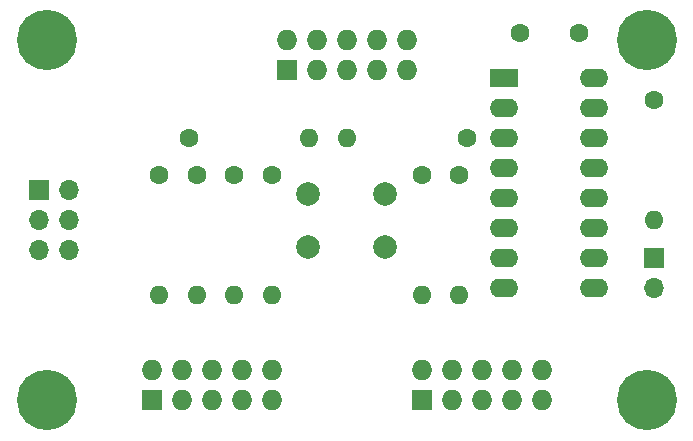
<source format=gbs>
G04 #@! TF.GenerationSoftware,KiCad,Pcbnew,(5.1.8)-1*
G04 #@! TF.CreationDate,2021-02-26T23:44:03+01:00*
G04 #@! TF.ProjectId,Sega Mega Drive,53656761-204d-4656-9761-204472697665,rev?*
G04 #@! TF.SameCoordinates,Original*
G04 #@! TF.FileFunction,Soldermask,Bot*
G04 #@! TF.FilePolarity,Negative*
%FSLAX46Y46*%
G04 Gerber Fmt 4.6, Leading zero omitted, Abs format (unit mm)*
G04 Created by KiCad (PCBNEW (5.1.8)-1) date 2021-02-26 23:44:03*
%MOMM*%
%LPD*%
G01*
G04 APERTURE LIST*
%ADD10R,1.700000X1.700000*%
%ADD11O,1.700000X1.700000*%
%ADD12O,1.727200X1.727200*%
%ADD13R,1.727200X1.727200*%
%ADD14C,1.600000*%
%ADD15C,2.000000*%
%ADD16R,2.400000X1.600000*%
%ADD17O,2.400000X1.600000*%
%ADD18C,5.100000*%
%ADD19O,1.600000X1.600000*%
G04 APERTURE END LIST*
D10*
X118110000Y-90170000D03*
D11*
X120650000Y-90170000D03*
X118110000Y-92710000D03*
X120650000Y-92710000D03*
X118110000Y-95250000D03*
X120650000Y-95250000D03*
D12*
X149225000Y-77470000D03*
X146685000Y-77470000D03*
X144145000Y-77470000D03*
X141605000Y-77470000D03*
X139065000Y-77470000D03*
X149225000Y-80010000D03*
X146685000Y-80010000D03*
X144145000Y-80010000D03*
X141605000Y-80010000D03*
D13*
X139065000Y-80010000D03*
D12*
X160655000Y-105410000D03*
X158115000Y-105410000D03*
X155575000Y-105410000D03*
X153035000Y-105410000D03*
X150495000Y-105410000D03*
X160655000Y-107950000D03*
X158115000Y-107950000D03*
X155575000Y-107950000D03*
X153035000Y-107950000D03*
D13*
X150495000Y-107950000D03*
D14*
X163830000Y-76835000D03*
X158830000Y-76835000D03*
D13*
X127635000Y-107950000D03*
D12*
X130175000Y-107950000D03*
X132715000Y-107950000D03*
X135255000Y-107950000D03*
X137795000Y-107950000D03*
X127635000Y-105410000D03*
X130175000Y-105410000D03*
X132715000Y-105410000D03*
X135255000Y-105410000D03*
X137795000Y-105410000D03*
D15*
X140895000Y-94960000D03*
X140895000Y-90460000D03*
X147395000Y-94960000D03*
X147395000Y-90460000D03*
D16*
X157480000Y-80645000D03*
D17*
X165100000Y-98425000D03*
X157480000Y-83185000D03*
X165100000Y-95885000D03*
X157480000Y-85725000D03*
X165100000Y-93345000D03*
X157480000Y-88265000D03*
X165100000Y-90805000D03*
X157480000Y-90805000D03*
X165100000Y-88265000D03*
X157480000Y-93345000D03*
X165100000Y-85725000D03*
X157480000Y-95885000D03*
X165100000Y-83185000D03*
X157480000Y-98425000D03*
X165100000Y-80645000D03*
D18*
X118745000Y-107950000D03*
X169545000Y-107950000D03*
X169545000Y-77470000D03*
X118745000Y-77455001D03*
D10*
X170180000Y-95885000D03*
D11*
X170180000Y-98425000D03*
D19*
X134620000Y-99060000D03*
D14*
X134620000Y-88900000D03*
X150495000Y-88900000D03*
D19*
X150495000Y-99060000D03*
X137795000Y-99060000D03*
D14*
X137795000Y-88900000D03*
X153670000Y-88900000D03*
D19*
X153670000Y-99060000D03*
X144145000Y-85725000D03*
D14*
X154305000Y-85725000D03*
X170180000Y-82550000D03*
D19*
X170180000Y-92710000D03*
X131445000Y-99060000D03*
D14*
X131445000Y-88900000D03*
X130810000Y-85725000D03*
D19*
X140970000Y-85725000D03*
D14*
X128270000Y-88900000D03*
D19*
X128270000Y-99060000D03*
M02*

</source>
